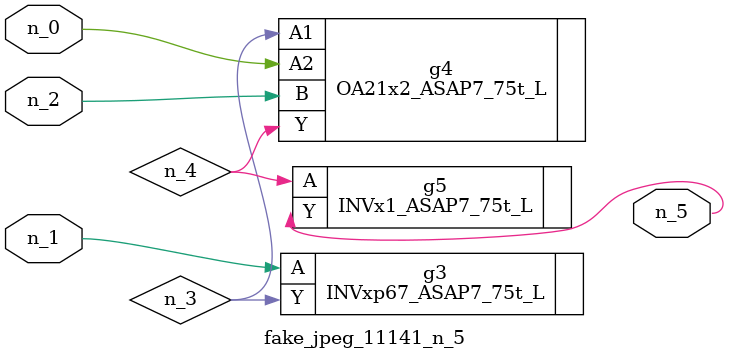
<source format=v>
module fake_jpeg_11141_n_5 (n_0, n_2, n_1, n_5);

input n_0;
input n_2;
input n_1;

output n_5;

wire n_3;
wire n_4;

INVxp67_ASAP7_75t_L g3 ( 
.A(n_1),
.Y(n_3)
);

OA21x2_ASAP7_75t_L g4 ( 
.A1(n_3),
.A2(n_0),
.B(n_2),
.Y(n_4)
);

INVx1_ASAP7_75t_L g5 ( 
.A(n_4),
.Y(n_5)
);


endmodule
</source>
